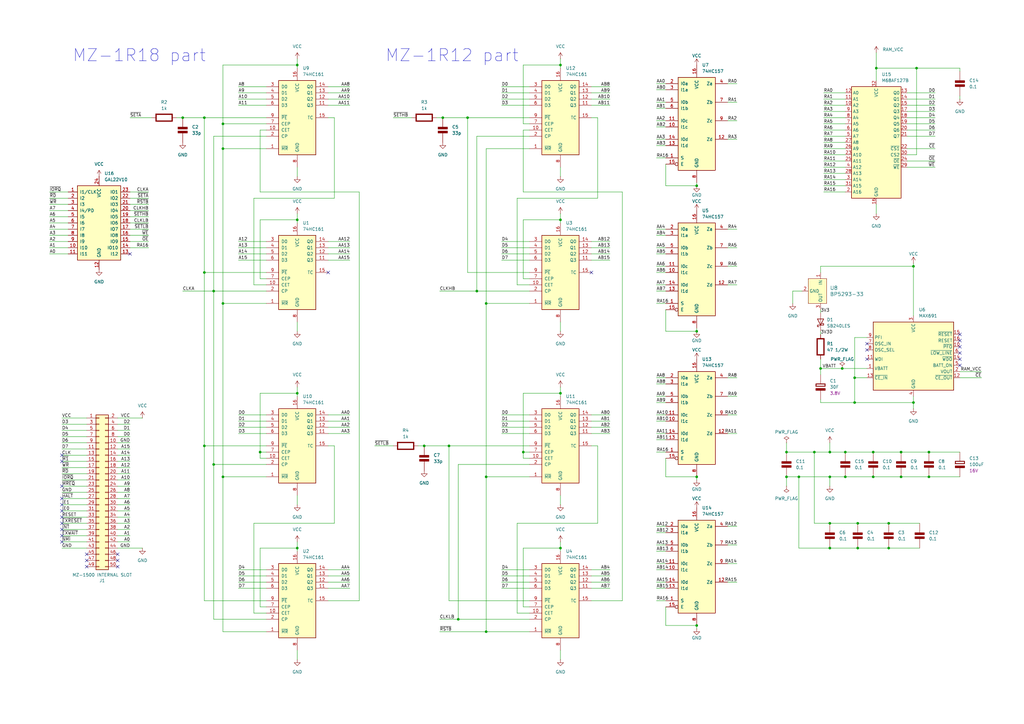
<source format=kicad_sch>
(kicad_sch (version 20231120) (generator "eeschema") (generator_version "8.0")
  (paper "A3")
  (title_block (title "MZ-1R12+18 modoki") (date "2024-12-28") (rev "1.0") (company "Mercury Nihombashi"))
  (junction (at 285.75 195.58))
  (junction (at 351.79 214.63))
  (junction (at 340.36 214.63))
  (junction (at 229.87 90.17))
  (junction (at 322.58 195.58))
  (junction (at 346.71 195.58))
  (junction (at 121.92 26.67))
  (junction (at 375.92 27.94))
  (junction (at 229.87 224.79))
  (junction (at 374.65 165.1))
  (junction (at 340.36 185.42))
  (junction (at 74.93 48.26))
  (junction (at 340.36 195.58))
  (junction (at 87.63 119.38))
  (junction (at 381 185.42))
  (junction (at 121.92 224.79))
  (junction (at 91.44 124.46))
  (junction (at 346.71 185.42))
  (junction (at 191.77 48.26))
  (junction (at 285.75 135.89))
  (junction (at 106.68 185.42))
  (junction (at 381 195.58))
  (junction (at 121.92 90.17))
  (junction (at 334.01 185.42))
  (junction (at 374.65 109.22))
  (junction (at 229.87 161.29))
  (junction (at 83.82 48.26))
  (junction (at 187.96 254))
  (junction (at 285.75 256.54))
  (junction (at 91.44 195.58))
  (junction (at 121.92 161.29))
  (junction (at 358.14 185.42))
  (junction (at 340.36 224.79))
  (junction (at 87.63 190.5))
  (junction (at 214.63 185.42))
  (junction (at 229.87 26.67))
  (junction (at 322.58 185.42))
  (junction (at 358.14 195.58))
  (junction (at 359.41 27.94))
  (junction (at 184.15 182.88))
  (junction (at 369.57 195.58))
  (junction (at 173.99 182.88))
  (junction (at 83.82 111.76))
  (junction (at 350.52 165.1))
  (junction (at 91.44 60.96))
  (junction (at 199.39 195.58))
  (junction (at 181.61 48.26))
  (junction (at 199.39 124.46))
  (junction (at 364.49 224.79))
  (junction (at 91.44 50.8))
  (junction (at 195.58 119.38))
  (junction (at 364.49 214.63))
  (junction (at 336.55 151.13))
  (junction (at 285.75 76.2))
  (junction (at 327.66 195.58))
  (junction (at 369.57 185.42))
  (junction (at 199.39 259.08))
  (junction (at 351.79 224.79))
  (junction (at 350.52 154.94))
  (junction (at 83.82 182.88))
  (junction (at 345.44 151.13))
  (no_connect (at 25.4 204.47))
  (no_connect (at 393.7 139.7))
  (no_connect (at 25.4 222.25))
  (no_connect (at 35.56 227.33))
  (no_connect (at 355.6 147.32))
  (no_connect (at 25.4 199.39))
  (no_connect (at 35.56 229.87))
  (no_connect (at 25.4 189.23))
  (no_connect (at 25.4 209.55))
  (no_connect (at 48.26 229.87))
  (no_connect (at 355.6 140.97))
  (no_connect (at 393.7 149.86))
  (no_connect (at 355.6 143.51))
  (no_connect (at 25.4 207.01))
  (no_connect (at 134.62 111.76))
  (no_connect (at 48.26 232.41))
  (no_connect (at 25.4 217.17))
  (no_connect (at 393.7 142.24))
  (no_connect (at 242.57 111.76))
  (no_connect (at 25.4 212.09))
  (no_connect (at 393.7 137.16))
  (no_connect (at 48.26 227.33))
  (no_connect (at 25.4 219.71))
  (no_connect (at 25.4 186.69))
  (no_connect (at 25.4 214.63))
  (no_connect (at 35.56 232.41))
  (no_connect (at 393.7 144.78))
  (no_connect (at 393.7 147.32))
  (no_connect (at 53.34 104.14))
  (wire (pts (xy 134.62 35.56) (xy 143.51 35.56)))
  (wire (pts (xy 372.11 63.5) (xy 375.92 63.5)))
  (wire (pts (xy 87.63 190.5) (xy 109.22 190.5)))
  (wire (pts (xy 121.92 158.75) (xy 121.92 161.29)))
  (wire (pts (xy 269.24 116.84) (xy 273.05 116.84)))
  (wire (pts (xy 381 185.42) (xy 393.7 185.42)))
  (wire (pts (xy 97.79 177.8) (xy 109.22 177.8)))
  (wire (pts (xy 369.57 195.58) (xy 381 195.58)))
  (wire (pts (xy 372.11 38.1) (xy 383.54 38.1)))
  (wire (pts (xy 214.63 224.79) (xy 229.87 224.79)))
  (wire (pts (xy 217.17 111.76) (xy 191.77 111.76)))
  (wire (pts (xy 212.09 116.84) (xy 217.17 116.84)))
  (wire (pts (xy 337.82 53.34) (xy 346.71 53.34)))
  (wire (pts (xy 104.14 116.84) (xy 109.22 116.84)))
  (wire (pts (xy 337.82 38.1) (xy 346.71 38.1)))
  (wire (pts (xy 298.45 49.53) (xy 302.26 49.53)))
  (wire (pts (xy 214.63 26.67) (xy 214.63 50.8)))
  (wire (pts (xy 74.93 119.38) (xy 87.63 119.38)))
  (wire (pts (xy 134.62 170.18) (xy 143.51 170.18)))
  (wire (pts (xy 121.92 26.67) (xy 121.92 27.94)))
  (wire (pts (xy 214.63 161.29) (xy 229.87 161.29)))
  (wire (pts (xy 269.24 154.94) (xy 273.05 154.94)))
  (wire (pts (xy 134.62 241.3) (xy 143.51 241.3)))
  (wire (pts (xy 214.63 90.17) (xy 229.87 90.17)))
  (wire (pts (xy 134.62 236.22) (xy 143.51 236.22)))
  (wire (pts (xy 358.14 195.58) (xy 369.57 195.58)))
  (wire (pts (xy 242.57 177.8) (xy 250.19 177.8)))
  (wire (pts (xy 340.36 185.42) (xy 346.71 185.42)))
  (wire (pts (xy 97.79 35.56) (xy 109.22 35.56)))
  (wire (pts (xy 121.92 224.79) (xy 121.92 226.06)))
  (wire (pts (xy 337.82 43.18) (xy 346.71 43.18)))
  (wire (pts (xy 205.74 172.72) (xy 217.17 172.72)))
  (wire (pts (xy 269.24 215.9) (xy 273.05 215.9)))
  (wire (pts (xy 245.11 81.28) (xy 212.09 81.28)))
  (wire (pts (xy 121.92 135.89) (xy 121.92 132.08)))
  (wire (pts (xy 269.24 185.42) (xy 273.05 185.42)))
  (wire (pts (xy 147.32 78.74) (xy 106.68 78.74)))
  (wire (pts (xy 214.63 114.3) (xy 217.17 114.3)))
  (wire (pts (xy 359.41 27.94) (xy 375.92 27.94)))
  (wire (pts (xy 217.17 124.46) (xy 199.39 124.46)))
  (wire (pts (xy 340.36 199.39) (xy 340.36 195.58)))
  (wire (pts (xy 97.79 233.68) (xy 109.22 233.68)))
  (wire (pts (xy 337.82 50.8) (xy 346.71 50.8)))
  (wire (pts (xy 298.45 93.98) (xy 302.26 93.98)))
  (wire (pts (xy 359.41 27.94) (xy 359.41 21.59)))
  (wire (pts (xy 285.75 257.81) (xy 285.75 256.54)))
  (wire (pts (xy 60.96 96.52) (xy 53.34 96.52)))
  (wire (pts (xy 60.96 83.82) (xy 53.34 83.82)))
  (wire (pts (xy 269.24 44.45) (xy 273.05 44.45)))
  (wire (pts (xy 351.79 214.63) (xy 364.49 214.63)))
  (wire (pts (xy 242.57 175.26) (xy 250.19 175.26)))
  (wire (pts (xy 161.29 48.26) (xy 168.91 48.26)))
  (wire (pts (xy 25.4 186.69) (xy 35.56 186.69)))
  (wire (pts (xy 359.41 33.02) (xy 359.41 27.94)))
  (wire (pts (xy 48.26 179.07) (xy 53.34 179.07)))
  (wire (pts (xy 184.15 182.88) (xy 217.17 182.88)))
  (wire (pts (xy 229.87 87.63) (xy 229.87 90.17)))
  (wire (pts (xy 359.41 83.82) (xy 359.41 87.63)))
  (wire (pts (xy 173.99 182.88) (xy 184.15 182.88)))
  (wire (pts (xy 269.24 124.46) (xy 273.05 124.46)))
  (wire (pts (xy 214.63 78.74) (xy 214.63 53.34)))
  (wire (pts (xy 20.32 101.6) (xy 27.94 101.6)))
  (wire (pts (xy 245.11 214.63) (xy 212.09 214.63)))
  (wire (pts (xy 336.55 127) (xy 336.55 128.27)))
  (wire (pts (xy 205.74 177.8) (xy 217.17 177.8)))
  (wire (pts (xy 273.05 187.96) (xy 273.05 195.58)))
  (wire (pts (xy 25.4 201.93) (xy 35.56 201.93)))
  (wire (pts (xy 298.45 101.6) (xy 302.26 101.6)))
  (wire (pts (xy 48.26 171.45) (xy 58.42 171.45)))
  (wire (pts (xy 205.74 38.1) (xy 217.17 38.1)))
  (wire (pts (xy 269.24 157.48) (xy 273.05 157.48)))
  (wire (pts (xy 187.96 190.5) (xy 187.96 254)))
  (wire (pts (xy 134.62 233.68) (xy 143.51 233.68)))
  (wire (pts (xy 298.45 162.56) (xy 302.26 162.56)))
  (wire (pts (xy 109.22 53.34) (xy 106.68 53.34)))
  (wire (pts (xy 337.82 63.5) (xy 346.71 63.5)))
  (wire (pts (xy 269.24 226.06) (xy 273.05 226.06)))
  (wire (pts (xy 187.96 190.5) (xy 217.17 190.5)))
  (wire (pts (xy 205.74 43.18) (xy 217.17 43.18)))
  (wire (pts (xy 205.74 175.26) (xy 217.17 175.26)))
  (wire (pts (xy 273.05 135.89) (xy 285.75 135.89)))
  (wire (pts (xy 337.82 48.26) (xy 346.71 48.26)))
  (wire (pts (xy 48.26 196.85) (xy 53.34 196.85)))
  (wire (pts (xy 106.68 248.92) (xy 109.22 248.92)))
  (wire (pts (xy 269.24 96.52) (xy 273.05 96.52)))
  (wire (pts (xy 212.09 251.46) (xy 217.17 251.46)))
  (wire (pts (xy 181.61 48.26) (xy 191.77 48.26)))
  (wire (pts (xy 97.79 101.6) (xy 109.22 101.6)))
  (wire (pts (xy 121.92 90.17) (xy 121.92 91.44)))
  (wire (pts (xy 285.75 76.2) (xy 285.75 74.93)))
  (wire (pts (xy 242.57 43.18) (xy 250.19 43.18)))
  (wire (pts (xy 298.45 109.22) (xy 302.26 109.22)))
  (wire (pts (xy 273.05 195.58) (xy 285.75 195.58)))
  (wire (pts (xy 269.24 111.76) (xy 273.05 111.76)))
  (wire (pts (xy 20.32 96.52) (xy 27.94 96.52)))
  (wire (pts (xy 25.4 176.53) (xy 35.56 176.53)))
  (wire (pts (xy 48.26 186.69) (xy 53.34 186.69)))
  (wire (pts (xy 212.09 81.28) (xy 212.09 116.84)))
  (wire (pts (xy 109.22 246.38) (xy 83.82 246.38)))
  (wire (pts (xy 205.74 40.64) (xy 217.17 40.64)))
  (wire (pts (xy 97.79 238.76) (xy 109.22 238.76)))
  (wire (pts (xy 48.26 176.53) (xy 53.34 176.53)))
  (wire (pts (xy 273.05 76.2) (xy 285.75 76.2)))
  (wire (pts (xy 217.17 60.96) (xy 199.39 60.96)))
  (wire (pts (xy 337.82 58.42) (xy 346.71 58.42)))
  (wire (pts (xy 336.55 135.89) (xy 336.55 137.16)))
  (wire (pts (xy 372.11 55.88) (xy 383.54 55.88)))
  (wire (pts (xy 25.4 194.31) (xy 35.56 194.31)))
  (wire (pts (xy 217.17 254) (xy 187.96 254)))
  (wire (pts (xy 60.96 78.74) (xy 53.34 78.74)))
  (wire (pts (xy 372.11 40.64) (xy 383.54 40.64)))
  (wire (pts (xy 53.34 101.6) (xy 60.96 101.6)))
  (wire (pts (xy 369.57 185.42) (xy 381 185.42)))
  (wire (pts (xy 298.45 177.8) (xy 302.26 177.8)))
  (wire (pts (xy 25.4 181.61) (xy 35.56 181.61)))
  (wire (pts (xy 83.82 182.88) (xy 109.22 182.88)))
  (wire (pts (xy 134.62 48.26) (xy 137.16 48.26)))
  (wire (pts (xy 109.22 124.46) (xy 91.44 124.46)))
  (wire (pts (xy 217.17 246.38) (xy 184.15 246.38)))
  (wire (pts (xy 134.62 172.72) (xy 143.51 172.72)))
  (wire (pts (xy 269.24 238.76) (xy 273.05 238.76)))
  (wire (pts (xy 48.26 219.71) (xy 53.34 219.71)))
  (wire (pts (xy 298.45 34.29) (xy 302.26 34.29)))
  (wire (pts (xy 229.87 158.75) (xy 229.87 161.29)))
  (wire (pts (xy 91.44 124.46) (xy 91.44 195.58)))
  (wire (pts (xy 242.57 172.72) (xy 250.19 172.72)))
  (wire (pts (xy 372.11 43.18) (xy 383.54 43.18)))
  (wire (pts (xy 147.32 246.38) (xy 147.32 78.74)))
  (wire (pts (xy 269.24 233.68) (xy 273.05 233.68)))
  (wire (pts (xy 350.52 138.43) (xy 355.6 138.43)))
  (wire (pts (xy 242.57 236.22) (xy 250.19 236.22)))
  (wire (pts (xy 87.63 55.88) (xy 87.63 119.38)))
  (wire (pts (xy 91.44 60.96) (xy 91.44 50.8)))
  (wire (pts (xy 60.96 99.06) (xy 53.34 99.06)))
  (wire (pts (xy 179.07 48.26) (xy 181.61 48.26)))
  (wire (pts (xy 180.34 119.38) (xy 195.58 119.38)))
  (wire (pts (xy 337.82 60.96) (xy 346.71 60.96)))
  (wire (pts (xy 109.22 185.42) (xy 106.68 185.42)))
  (wire (pts (xy 346.71 185.42) (xy 358.14 185.42)))
  (wire (pts (xy 205.74 104.14) (xy 217.17 104.14)))
  (wire (pts (xy 121.92 222.25) (xy 121.92 224.79)))
  (wire (pts (xy 374.65 109.22) (xy 374.65 129.54)))
  (wire (pts (xy 350.52 154.94) (xy 350.52 165.1)))
  (wire (pts (xy 20.32 81.28) (xy 27.94 81.28)))
  (wire (pts (xy 327.66 195.58) (xy 340.36 195.58)))
  (wire (pts (xy 337.82 55.88) (xy 346.71 55.88)))
  (wire (pts (xy 327.66 195.58) (xy 322.58 195.58)))
  (wire (pts (xy 106.68 90.17) (xy 121.92 90.17)))
  (wire (pts (xy 205.74 241.3) (xy 217.17 241.3)))
  (wire (pts (xy 205.74 99.06) (xy 217.17 99.06)))
  (wire (pts (xy 269.24 231.14) (xy 273.05 231.14)))
  (wire (pts (xy 298.45 116.84) (xy 302.26 116.84)))
  (wire (pts (xy 383.54 60.96) (xy 372.11 60.96)))
  (wire (pts (xy 346.71 195.58) (xy 340.36 195.58)))
  (wire (pts (xy 48.26 184.15) (xy 53.34 184.15)))
  (wire (pts (xy 242.57 246.38) (xy 255.27 246.38)))
  (wire (pts (xy 337.82 45.72) (xy 346.71 45.72)))
  (wire (pts (xy 336.55 151.13) (xy 336.55 153.67)))
  (wire (pts (xy 273.05 67.31) (xy 273.05 76.2)))
  (wire (pts (xy 205.74 35.56) (xy 217.17 35.56)))
  (wire (pts (xy 137.16 214.63) (xy 104.14 214.63)))
  (wire (pts (xy 242.57 238.76) (xy 250.19 238.76)))
  (wire (pts (xy 25.4 184.15) (xy 35.56 184.15)))
  (wire (pts (xy 217.17 259.08) (xy 199.39 259.08)))
  (wire (pts (xy 91.44 60.96) (xy 91.44 124.46)))
  (wire (pts (xy 48.26 204.47) (xy 53.34 204.47)))
  (wire (pts (xy 298.45 231.14) (xy 302.26 231.14)))
  (wire (pts (xy 205.74 170.18) (xy 217.17 170.18)))
  (wire (pts (xy 83.82 48.26) (xy 109.22 48.26)))
  (wire (pts (xy 25.4 179.07) (xy 35.56 179.07)))
  (wire (pts (xy 269.24 170.18) (xy 273.05 170.18)))
  (wire (pts (xy 83.82 111.76) (xy 83.82 182.88)))
  (wire (pts (xy 273.05 248.92) (xy 273.05 256.54)))
  (wire (pts (xy 87.63 119.38) (xy 87.63 190.5)))
  (wire (pts (xy 336.55 165.1) (xy 350.52 165.1)))
  (wire (pts (xy 60.96 81.28) (xy 53.34 81.28)))
  (wire (pts (xy 20.32 88.9) (xy 27.94 88.9)))
  (wire (pts (xy 134.62 177.8) (xy 143.51 177.8)))
  (wire (pts (xy 273.05 256.54) (xy 285.75 256.54)))
  (wire (pts (xy 48.26 209.55) (xy 53.34 209.55)))
  (wire (pts (xy 48.26 214.63) (xy 53.34 214.63)))
  (wire (pts (xy 109.22 195.58) (xy 91.44 195.58)))
  (wire (pts (xy 374.65 162.56) (xy 374.65 165.1)))
  (wire (pts (xy 97.79 43.18) (xy 109.22 43.18)))
  (wire (pts (xy 269.24 223.52) (xy 273.05 223.52)))
  (wire (pts (xy 25.4 191.77) (xy 35.56 191.77)))
  (wire (pts (xy 269.24 57.15) (xy 273.05 57.15)))
  (wire (pts (xy 298.45 57.15) (xy 302.26 57.15)))
  (wire (pts (xy 48.26 199.39) (xy 53.34 199.39)))
  (wire (pts (xy 134.62 99.06) (xy 143.51 99.06)))
  (wire (pts (xy 121.92 207.01) (xy 121.92 203.2)))
  (wire (pts (xy 358.14 185.42) (xy 369.57 185.42)))
  (wire (pts (xy 334.01 214.63) (xy 334.01 185.42)))
  (wire (pts (xy 350.52 138.43) (xy 350.52 154.94)))
  (wire (pts (xy 229.87 207.01) (xy 229.87 203.2)))
  (wire (pts (xy 60.96 86.36) (xy 53.34 86.36)))
  (wire (pts (xy 298.45 170.18) (xy 302.26 170.18)))
  (wire (pts (xy 269.24 246.38) (xy 273.05 246.38)))
  (wire (pts (xy 121.92 270.51) (xy 121.92 266.7)))
  (wire (pts (xy 393.7 154.94) (xy 402.59 154.94)))
  (wire (pts (xy 97.79 106.68) (xy 109.22 106.68)))
  (wire (pts (xy 269.24 218.44) (xy 273.05 218.44)))
  (wire (pts (xy 351.79 224.79) (xy 340.36 224.79)))
  (wire (pts (xy 242.57 35.56) (xy 250.19 35.56)))
  (wire (pts (xy 20.32 91.44) (xy 27.94 91.44)))
  (wire (pts (xy 25.4 204.47) (xy 35.56 204.47)))
  (wire (pts (xy 91.44 50.8) (xy 91.44 26.67)))
  (wire (pts (xy 285.75 196.85) (xy 285.75 195.58)))
  (wire (pts (xy 242.57 38.1) (xy 250.19 38.1)))
  (wire (pts (xy 134.62 101.6) (xy 143.51 101.6)))
  (wire (pts (xy 229.87 90.17) (xy 229.87 91.44)))
  (wire (pts (xy 180.34 254) (xy 187.96 254)))
  (wire (pts (xy 372.11 53.34) (xy 383.54 53.34)))
  (wire (pts (xy 340.36 214.63) (xy 334.01 214.63)))
  (wire (pts (xy 322.58 199.39) (xy 322.58 195.58)))
  (wire (pts (xy 106.68 114.3) (xy 109.22 114.3)))
  (wire (pts (xy 340.36 181.61) (xy 340.36 185.42)))
  (wire (pts (xy 97.79 236.22) (xy 109.22 236.22)))
  (wire (pts (xy 60.96 91.44) (xy 53.34 91.44)))
  (wire (pts (xy 104.14 214.63) (xy 104.14 251.46)))
  (wire (pts (xy 83.82 111.76) (xy 83.82 48.26)))
  (wire (pts (xy 25.4 173.99) (xy 35.56 173.99)))
  (wire (pts (xy 372.11 48.26) (xy 383.54 48.26)))
  (wire (pts (xy 134.62 38.1) (xy 143.51 38.1)))
  (wire (pts (xy 217.17 185.42) (xy 214.63 185.42)))
  (wire (pts (xy 20.32 93.98) (xy 27.94 93.98)))
  (wire (pts (xy 134.62 182.88) (xy 137.16 182.88)))
  (wire (pts (xy 25.4 217.17) (xy 35.56 217.17)))
  (wire (pts (xy 60.96 93.98) (xy 53.34 93.98)))
  (wire (pts (xy 322.58 185.42) (xy 334.01 185.42)))
  (wire (pts (xy 48.26 189.23) (xy 53.34 189.23)))
  (wire (pts (xy 358.14 195.58) (xy 346.71 195.58)))
  (wire (pts (xy 374.65 109.22) (xy 374.65 107.95)))
  (wire (pts (xy 106.68 161.29) (xy 121.92 161.29)))
  (wire (pts (xy 245.11 48.26) (xy 245.11 81.28)))
  (wire (pts (xy 48.26 222.25) (xy 53.34 222.25)))
  (wire (pts (xy 91.44 50.8) (xy 109.22 50.8)))
  (wire (pts (xy 48.26 194.31) (xy 53.34 194.31)))
  (wire (pts (xy 242.57 101.6) (xy 250.19 101.6)))
  (wire (pts (xy 74.93 48.26) (xy 83.82 48.26)))
  (wire (pts (xy 393.7 152.4) (xy 402.59 152.4)))
  (wire (pts (xy 346.71 78.74) (xy 337.82 78.74)))
  (wire (pts (xy 269.24 34.29) (xy 273.05 34.29)))
  (wire (pts (xy 91.44 195.58) (xy 91.44 259.08)))
  (wire (pts (xy 229.87 26.67) (xy 229.87 27.94)))
  (wire (pts (xy 242.57 99.06) (xy 250.19 99.06)))
  (wire (pts (xy 214.63 185.42) (xy 214.63 187.96)))
  (wire (pts (xy 325.12 119.38) (xy 328.93 119.38)))
  (wire (pts (xy 364.49 214.63) (xy 377.19 214.63)))
  (wire (pts (xy 153.67 182.88) (xy 161.29 182.88)))
  (wire (pts (xy 337.82 76.2) (xy 346.71 76.2)))
  (wire (pts (xy 91.44 26.67) (xy 121.92 26.67)))
  (wire (pts (xy 97.79 104.14) (xy 109.22 104.14)))
  (wire (pts (xy 242.57 106.68) (xy 250.19 106.68)))
  (wire (pts (xy 336.55 109.22) (xy 374.65 109.22)))
  (wire (pts (xy 350.52 154.94) (xy 355.6 154.94)))
  (wire (pts (xy 106.68 161.29) (xy 106.68 185.42)))
  (wire (pts (xy 351.79 214.63) (xy 340.36 214.63)))
  (wire (pts (xy 214.63 26.67) (xy 229.87 26.67)))
  (wire (pts (xy 48.26 217.17) (xy 53.34 217.17)))
  (wire (pts (xy 205.74 106.68) (xy 217.17 106.68)))
  (wire (pts (xy 269.24 119.38) (xy 273.05 119.38)))
  (wire (pts (xy 337.82 68.58) (xy 346.71 68.58)))
  (wire (pts (xy 372.11 45.72) (xy 383.54 45.72)))
  (wire (pts (xy 214.63 248.92) (xy 217.17 248.92)))
  (wire (pts (xy 298.45 41.91) (xy 302.26 41.91)))
  (wire (pts (xy 229.87 72.39) (xy 229.87 68.58)))
  (wire (pts (xy 191.77 48.26) (xy 217.17 48.26)))
  (wire (pts (xy 97.79 40.64) (xy 109.22 40.64)))
  (wire (pts (xy 372.11 50.8) (xy 383.54 50.8)))
  (wire (pts (xy 195.58 55.88) (xy 195.58 119.38)))
  (wire (pts (xy 134.62 43.18) (xy 143.51 43.18)))
  (wire (pts (xy 334.01 185.42) (xy 340.36 185.42)))
  (wire (pts (xy 269.24 36.83) (xy 273.05 36.83)))
  (wire (pts (xy 106.68 224.79) (xy 121.92 224.79)))
  (wire (pts (xy 269.24 172.72) (xy 273.05 172.72)))
  (wire (pts (xy 325.12 119.38) (xy 325.12 124.46)))
  (wire (pts (xy 20.32 104.14) (xy 27.94 104.14)))
  (wire (pts (xy 199.39 124.46) (xy 199.39 195.58)))
  (wire (pts (xy 25.4 209.55) (xy 35.56 209.55)))
  (wire (pts (xy 25.4 222.25) (xy 35.56 222.25)))
  (wire (pts (xy 106.68 90.17) (xy 106.68 114.3)))
  (wire (pts (xy 97.79 99.06) (xy 109.22 99.06)))
  (wire (pts (xy 205.74 101.6) (xy 217.17 101.6)))
  (wire (pts (xy 25.4 214.63) (xy 35.56 214.63)))
  (wire (pts (xy 298.45 238.76) (xy 302.26 238.76)))
  (wire (pts (xy 134.62 238.76) (xy 143.51 238.76)))
  (wire (pts (xy 106.68 78.74) (xy 106.68 53.34)))
  (wire (pts (xy 340.36 224.79) (xy 327.66 224.79)))
  (wire (pts (xy 109.22 119.38) (xy 87.63 119.38)))
  (wire (pts (xy 217.17 53.34) (xy 214.63 53.34)))
  (wire (pts (xy 393.7 40.64) (xy 393.7 39.37)))
  (wire (pts (xy 217.17 55.88) (xy 195.58 55.88)))
  (wire (pts (xy 364.49 224.79) (xy 351.79 224.79)))
  (wire (pts (xy 242.57 170.18) (xy 250.19 170.18)))
  (wire (pts (xy 269.24 101.6) (xy 273.05 101.6)))
  (wire (pts (xy 393.7 29.21) (xy 393.7 27.94)))
  (wire (pts (xy 134.62 175.26) (xy 143.51 175.26)))
  (wire (pts (xy 134.62 106.68) (xy 143.51 106.68)))
  (wire (pts (xy 269.24 64.77) (xy 273.05 64.77)))
  (wire (pts (xy 20.32 83.82) (xy 27.94 83.82)))
  (wire (pts (xy 134.62 104.14) (xy 143.51 104.14)))
  (wire (pts (xy 255.27 78.74) (xy 214.63 78.74)))
  (wire (pts (xy 212.09 214.63) (xy 212.09 251.46)))
  (wire (pts (xy 25.4 207.01) (xy 35.56 207.01)))
  (wire (pts (xy 104.14 81.28) (xy 104.14 116.84)))
  (wire (pts (xy 381 195.58) (xy 393.7 195.58)))
  (wire (pts (xy 269.24 109.22) (xy 273.05 109.22)))
  (wire (pts (xy 269.24 49.53) (xy 273.05 49.53)))
  (wire (pts (xy 25.4 189.23) (xy 35.56 189.23)))
  (wire (pts (xy 25.4 224.79) (xy 35.56 224.79)))
  (wire (pts (xy 134.62 40.64) (xy 143.51 40.64)))
  (wire (pts (xy 205.74 233.68) (xy 217.17 233.68)))
  (wire (pts (xy 97.79 175.26) (xy 109.22 175.26)))
  (wire (pts (xy 229.87 24.13) (xy 229.87 26.67)))
  (wire (pts (xy 214.63 161.29) (xy 214.63 185.42)))
  (wire (pts (xy 336.55 151.13) (xy 345.44 151.13)))
  (wire (pts (xy 364.49 224.79) (xy 377.19 224.79)))
  (wire (pts (xy 97.79 172.72) (xy 109.22 172.72)))
  (wire (pts (xy 48.26 224.79) (xy 58.42 224.79)))
  (wire (pts (xy 336.55 163.83) (xy 336.55 165.1)))
  (wire (pts (xy 375.92 63.5) (xy 375.92 27.94)))
  (wire (pts (xy 337.82 66.04) (xy 346.71 66.04)))
  (wire (pts (xy 137.16 182.88) (xy 137.16 214.63)))
  (wire (pts (xy 214.63 90.17) (xy 214.63 114.3)))
  (wire (pts (xy 217.17 50.8) (xy 214.63 50.8)))
  (wire (pts (xy 298.45 215.9) (xy 302.26 215.9)))
  (wire (pts (xy 109.22 55.88) (xy 87.63 55.88)))
  (wire (pts (xy 20.32 78.74) (xy 27.94 78.74)))
  (wire (pts (xy 134.62 246.38) (xy 147.32 246.38)))
  (wire (pts (xy 269.24 162.56) (xy 273.05 162.56)))
  (wire (pts (xy 199.39 60.96) (xy 199.39 124.46)))
  (wire (pts (xy 109.22 60.96) (xy 91.44 60.96)))
  (wire (pts (xy 83.82 246.38) (xy 83.82 182.88)))
  (wire (pts (xy 242.57 48.26) (xy 245.11 48.26)))
  (wire (pts (xy 229.87 222.25) (xy 229.87 224.79)))
  (wire (pts (xy 180.34 259.08) (xy 199.39 259.08)))
  (wire (pts (xy 97.79 170.18) (xy 109.22 170.18)))
  (wire (pts (xy 327.66 224.79) (xy 327.66 195.58)))
  (wire (pts (xy 87.63 190.5) (xy 87.63 254)))
  (wire (pts (xy 121.92 161.29) (xy 121.92 162.56)))
  (wire (pts (xy 217.17 119.38) (xy 195.58 119.38)))
  (wire (pts (xy 25.4 212.09) (xy 35.56 212.09)))
  (wire (pts (xy 106.68 185.42) (xy 106.68 187.96)))
  (wire (pts (xy 25.4 196.85) (xy 35.56 196.85)))
  (wire (pts (xy 109.22 111.76) (xy 83.82 111.76)))
  (wire (pts (xy 269.24 180.34) (xy 273.05 180.34)))
  (wire (pts (xy 242.57 233.68) (xy 250.19 233.68)))
  (wire (pts (xy 137.16 81.28) (xy 104.14 81.28)))
  (wire (pts (xy 269.24 165.1) (xy 273.05 165.1)))
  (wire (pts (xy 121.92 72.39) (xy 121.92 68.58)))
  (wire (pts (xy 229.87 224.79) (xy 229.87 226.06)))
  (wire (pts (xy 337.82 73.66) (xy 346.71 73.66)))
  (wire (pts (xy 205.74 238.76) (xy 217.17 238.76)))
  (wire (pts (xy 269.24 93.98) (xy 273.05 93.98)))
  (wire (pts (xy 255.27 246.38) (xy 255.27 78.74)))
  (wire (pts (xy 372.11 66.04) (xy 383.54 66.04)))
  (wire (pts (xy 269.24 52.07) (xy 273.05 52.07)))
  (wire (pts (xy 350.52 165.1) (xy 374.65 165.1)))
  (wire (pts (xy 106.68 224.79) (xy 106.68 248.92)))
  (wire (pts (xy 242.57 40.64) (xy 250.19 40.64)))
  (wire (pts (xy 336.55 147.32) (xy 336.55 151.13)))
  (wire (pts (xy 171.45 182.88) (xy 173.99 182.88)))
  (wire (pts (xy 191.77 111.76) (xy 191.77 48.26)))
  (wire (pts (xy 229.87 135.89) (xy 229.87 132.08)))
  (wire (pts (xy 285.75 135.89) (xy 285.75 134.62)))
  (wire (pts (xy 199.39 195.58) (xy 199.39 259.08)))
  (wire (pts (xy 269.24 177.8) (xy 273.05 177.8)))
  (wire (pts (xy 372.11 68.58) (xy 383.54 68.58)))
  (wire (pts (xy 48.26 207.01) (xy 53.34 207.01)))
  (wire (pts (xy 104.14 251.46) (xy 109.22 251.46)))
  (wire (pts (xy 393.7 27.94) (xy 375.92 27.94)))
  (wire (pts (xy 217.17 187.96) (xy 214.63 187.96)))
  (wire (pts (xy 242.57 182.88) (xy 245.11 182.88)))
  (wire (pts (xy 53.34 181.61) (xy 48.26 181.61)))
  (wire (pts (xy 25.4 199.39) (xy 35.56 199.39)))
  (wire (pts (xy 97.79 241.3) (xy 109.22 241.3)))
  (wire (pts (xy 337.82 40.64) (xy 346.71 40.64)))
  (wire (pts (xy 48.26 212.09) (xy 53.34 212.09)))
  (wire (pts (xy 20.32 99.06) (xy 27.94 99.06)))
  (wire (pts (xy 48.26 191.77) (xy 53.34 191.77)))
  (wire (pts (xy 229.87 270.51) (xy 229.87 266.7)))
  (wire (pts (xy 298.45 154.94) (xy 302.26 154.94)))
  (wire (pts (xy 245.11 182.88) (xy 245.11 214.63)))
  (wire (pts (xy 184.15 246.38) (xy 184.15 182.88)))
  (wire (pts (xy 53.34 48.26) (xy 62.23 48.26)))
  (wire (pts (xy 109.22 259.08) (xy 91.44 259.08)))
  (wire (pts (xy 217.17 195.58) (xy 199.39 195.58)))
  (wire (pts (xy 242.57 104.14) (xy 250.19 104.14)))
  (wire (pts (xy 20.32 86.36) (xy 27.94 86.36)))
  (wire (pts (xy 242.57 241.3) (xy 250.19 241.3)))
  (wire (pts (xy 97.79 38.1) (xy 109.22 38.1)))
  (wire (pts (xy 273.05 127) (xy 273.05 135.89)))
  (wire (pts (xy 269.24 241.3) (xy 273.05 241.3)))
  (wire (pts (xy 269.24 59.69) (xy 273.05 59.69)))
  (wire (pts (xy 137.16 48.26) (xy 137.16 81.28)))
  (wire (pts (xy 48.26 173.99) (xy 53.34 173.99)))
  (wire (pts (xy 322.58 181.61) (xy 322.58 185.42)))
  (wire (pts (xy 109.22 187.96) (xy 106.68 187.96)))
  (wire (pts (xy 336.55 109.22) (xy 336.55 111.76)))
  (wire (pts (xy 269.24 104.14) (xy 273.05 104.14)))
  (wire (pts (xy 345.44 151.13) (xy 355.6 151.13)))
  (wire (pts (xy 60.96 88.9) (xy 53.34 88.9)))
  (wire (pts (xy 48.26 201.93) (xy 53.34 201.93)))
  (wire (pts (xy 229.87 161.29) (xy 229.87 162.56)))
  (wire (pts (xy 121.92 87.63) (xy 121.92 90.17)))
  (wire (pts (xy 25.4 219.71) (xy 35.56 219.71)))
  (wire (pts (xy 214.63 224.79) (xy 214.63 248.92)))
  (wire (pts (xy 121.92 24.13) (xy 121.92 26.67)))
  (wire (pts (xy 269.24 41.91) (xy 273.05 41.91)))
  (wire (pts (xy 298.45 223.52) (xy 302.26 223.52)))
  (wire (pts (xy 35.56 171.45) (xy 25.4 171.45)))
  (wire (pts (xy 205.74 236.22) (xy 217.17 236.22)))
  (wire (pts (xy 337.82 71.12) (xy 346.71 71.12)))
  (wire (pts (xy 374.65 165.1) (xy 374.65 167.64)))
  (wire (pts (xy 109.22 254) (xy 87.63 254)))
  (wire (pts (xy 72.39 48.26) (xy 74.93 48.26)))
  (text "MZ-1R18 part" (at 57.15 22.86 0) (effects (font (size 5 5))))
  (text "MZ-1R12 part" (at 185.42 22.86 0) (effects (font (size 5 5))))
  (label "~{SETHB}" (at 161.29 48.26 0))
  (label "CLKA" (at 74.93 119.38 0))
  (label "D4" (at 25.4 176.53 0))
  (label "D6" (at 205.74 238.76 0))
  (label "~{NMI}" (at 25.4 222.25 0))
  (label "RA13" (at 337.82 71.12 0))
  (label "~{IORQ}" (at 20.32 78.74 0))
  (label "D4" (at 383.54 48.26 180))
  (label "~{WR}" (at 20.32 83.82 0))
  (label "AA5" (at 269.24 101.6 0))
  (label "~{MREQ}" (at 25.4 199.39 0))
  (label "AA9" (at 269.24 162.56 0))
  (label "A15" (at 97.79 106.68 0))
  (label "D3" (at 205.74 177.8 0))
  (label "A10" (at 53.34 196.85 180))
  (label "RA16" (at 269.24 64.77 0))
  (label "~{RD}" (at 20.32 81.28 0))
  (label "D6" (at 25.4 181.61 0))
  (label "A11" (at 53.34 194.31 180))
  (label "A2" (at 53.34 217.17 180))
  (label "3V3" (at 336.55 128.27 0))
  (label "D0" (at 53.34 179.07 180))
  (label "AA0" (at 143.51 170.18 180))
  (label "AB2" (at 250.19 175.26 180))
  (label "D3" (at 97.79 177.8 0))
  (label "AB3" (at 269.24 59.69 0))
  (label "AA10" (at 143.51 40.64 180))
  (label "RA7" (at 302.26 116.84 180))
  (label "RA3" (at 337.82 45.72 0))
  (label "RA4" (at 337.82 48.26 0))
  (label "A7" (at 20.32 86.36 0))
  (label "RA5" (at 337.82 50.8 0))
  (label "D3" (at 25.4 173.99 0))
  (label "AB15" (at 269.24 241.3 0))
  (label "AB14" (at 250.19 104.14 180))
  (label "RA5" (at 302.26 101.6 180))
  (label "D6" (at 383.54 53.34 180))
  (label "AA11" (at 269.24 177.8 0))
  (label "RA2" (at 302.26 49.53 180))
  (label "RA15" (at 302.26 238.76 180))
  (label "AB13" (at 250.19 101.6 180))
  (label "D2" (at 383.54 43.18 180))
  (label "AB15" (at 250.19 106.68 180))
  (label "AB6" (at 250.19 238.76 180))
  (label "A11" (at 97.79 43.18 0))
  (label "RA16" (at 60.96 101.6 180))
  (label "RA2" (at 337.82 43.18 0))
  (label "D5" (at 383.54 50.8 180))
  (label "AB7" (at 269.24 119.38 0))
  (label "AA8" (at 269.24 154.94 0))
  (label "GND" (at 53.34 224.79 180))
  (label "GND" (at 25.4 224.79 0))
  (label "D0" (at 205.74 35.56 0))
  (label "AA2" (at 269.24 49.53 0))
  (label "~{INT}" (at 25.4 217.17 0))
  (label "D0" (at 205.74 170.18 0))
  (label "RA6" (at 337.82 53.34 0))
  (label "A9" (at 53.34 199.39 180))
  (label "AB2" (at 269.24 52.07 0))
  (label "~{HALT}" (at 25.4 204.47 0))
  (label "AB8" (at 269.24 157.48 0))
  (label "D1" (at 53.34 176.53 180))
  (label "D2" (at 53.34 173.99 180))
  (label "D4" (at 205.74 99.06 0))
  (label "A3" (at 53.34 214.63 180))
  (label "AA8" (at 143.51 35.56 180))
  (label "AB7" (at 250.19 241.3 180))
  (label "A0" (at 53.34 222.25 180))
  (label "AB12" (at 250.19 99.06 180))
  (label "D1" (at 383.54 40.64 180))
  (label "RA10" (at 302.26 170.18 180))
  (label "RA10" (at 337.82 63.5 0))
  (label "~{CE}" (at 383.54 60.96 180))
  (label "RA11" (at 302.26 177.8 180))
  (label "~{CE}" (at 402.59 154.94 180))
  (label "CLKLB" (at 180.34 254 0))
  (label "D5" (at 205.74 101.6 0))
  (label "RA14" (at 337.82 73.66 0))
  (label "D0" (at 383.54 38.1 180))
  (label "A4" (at 20.32 93.98 0))
  (label "A9" (at 97.79 38.1 0))
  (label "VCC" (at 53.34 171.45 180))
  (label "D7" (at 205.74 106.68 0))
  (label "A14" (at 97.79 104.14 0))
  (label "RA16" (at 337.82 78.74 0))
  (label "~{RD}" (at 25.4 194.31 0))
  (label "A8" (at 97.79 35.56 0))
  (label "VBATT" (at 342.9 151.13 180))
  (label "AB6" (at 269.24 111.76 0))
  (label "~{RSTB}" (at 180.34 259.08 0))
  (label "AA1" (at 269.24 41.91 0))
  (label "CLKHB" (at 180.34 119.38 0))
  (label "AA2" (at 143.51 175.26 180))
  (label "RA16" (at 269.24 246.38 0))
  (label "D7" (at 205.74 241.3 0))
  (label "AB0" (at 250.19 170.18 180))
  (label "AB11" (at 269.24 180.34 0))
  (label "D1" (at 205.74 38.1 0))
  (label "D1" (at 97.79 172.72 0))
  (label "AB5" (at 269.24 104.14 0))
  (label "CLKLB" (at 60.96 91.44 180))
  (label "IE1" (at 25.4 207.01 0))
  (label "D5" (at 205.74 236.22 0))
  (label "RA0" (at 337.82 38.1 0))
  (label "RAM_VCC" (at 402.59 152.4 180))
  (label "~{WR}" (at 25.4 191.77 0))
  (label "AB10" (at 269.24 172.72 0))
  (label "AA13" (at 269.24 223.52 0))
  (label "D7" (at 25.4 184.15 0))
  (label "RA11" (at 337.82 66.04 0))
  (label "D7" (at 97.79 241.3 0))
  (label "AA13" (at 143.51 101.6 180))
  (label "AA4" (at 269.24 93.98 0))
  (label "AB4" (at 269.24 96.52 0))
  (label "~{OE}" (at 60.96 99.06 180))
  (label "A4" (at 53.34 212.09 180))
  (label "A13" (at 53.34 189.23 180))
  (label "A13" (at 97.79 101.6 0))
  (label "~{WE}" (at 60.96 96.52 180))
  (label "~{SETA}" (at 60.96 81.28 180))
  (label "CLKHB" (at 60.96 86.36 180))
  (label "A12" (at 53.34 191.77 180))
  (label "CLK" (at 25.4 186.69 0))
  (label "D7" (at 383.54 55.88 180))
  (label "RA14" (at 302.26 231.14 180))
  (label "AB11" (at 250.19 43.18 180))
  (label "AA5" (at 143.51 236.22 180))
  (label "~{EXWAIT}" (at 25.4 219.71 0))
  (label "AA7" (at 143.51 241.3 180))
  (label "~{SETHB}" (at 60.96 88.9 180))
  (label "AA14" (at 269.24 231.14 0))
  (label "D6" (at 97.79 238.76 0))
  (label "D3" (at 205.74 43.18 0))
  (label "A6" (at 20.32 88.9 0))
  (label "A12" (at 97.79 99.06 0))
  (label "~{SETA}" (at 53.34 48.26 0))
  (label "RESET" (at 25.4 212.09 0))
  (label "RA1" (at 337.82 40.64 0))
  (label "AA15" (at 143.51 106.68 180))
  (label "A14" (at 53.34 186.69 180))
  (label "A10" (at 97.79 40.64 0))
  (label "3V3D" (at 336.55 137.16 0))
  (label "A0" (at 20.32 104.14 0))
  (label "RA16" (at 269.24 124.46 0))
  (label "AA6" (at 269.24 109.22 0))
  (label "AA14" (at 143.51 104.14 180))
  (label "RA12" (at 302.26 215.9 180))
  (label "A1" (at 53.34 219.71 180))
  (label "GND" (at 53.34 181.61 180))
  (label "AA15" (at 269.24 238.76 0))
  (label "A6" (at 53.34 207.01 180))
  (label "RA6" (at 302.26 109.22 180))
  (label "D6" (at 205.74 104.14 0))
  (label "AA6" (at 143.51 238.76 180))
  (label "D3" (at 383.54 45.72 180))
  (label "AA12" (at 143.51 99.06 180))
  (label "RA3" (at 302.26 57.15 180))
  (label "~{EXRESET}" (at 25.4 214.63 0))
  (label "AA7" (at 269.24 116.84 0))
  (label "CLKA" (at 60.96 78.74 180))
  (label "A7" (at 53.34 204.47 180))
  (label "D2" (at 97.79 175.26 0))
  (label "A3" (at 20.32 96.52 0))
  (label "AB3" (at 250.19 177.8 180))
  (label "GND" (at 25.4 201.93 0))
  (label "~{OE}" (at 383.54 66.04 180))
  (label "~{M1}" (at 25.4 189.23 0))
  (label "~{RSTB}" (at 60.96 83.82 180))
  (label "RA4" (at 302.26 93.98 180))
  (label "VCC" (at 25.4 171.45 0))
  (label "D2" (at 205.74 175.26 0))
  (label "AA10" (at 269.24 170.18 0))
  (label "RA8" (at 337.82 58.42 0))
  (label "A5" (at 53.34 209.55 180))
  (label "AB1" (at 269.24 44.45 0))
  (label "RA9" (at 337.82 60.96 0))
  (label "AB5" (at 250.19 236.22 180))
  (label "AA11" (at 143.51 43.18 180))
  (label "AA3" (at 269.24 57.15 0))
  (label "~{WE}" (at 383.54 68.58 180))
  (label "RA9" (at 302.26 162.56 180))
  (label "IE0" (at 25.4 209.55 0))
  (label "D5" (at 25.4 179.07 0))
  (label "~{SETLB}" (at 153.67 182.88 0))
  (label "AA3" (at 143.51 177.8 180))
  (label "RA7" (at 337.82 55.88 0))
  (label "AA1" (at 143.51 172.72 180))
  (label "D2" (at 205.74 40.64 0))
  (label "A1" (at 20.32 101.6 0))
  (label "~{IORQ}" (at 25.4 196.85 0))
  (label "D4" (at 97.79 233.68 0))
  (label "D1" (at 205.74 172.72 0))
  (label "AB9" (at 269.24 165.1 0))
  (label "A5" (at 20.32 91.44 0))
  (label "A15" (at 53.34 184.15 180))
  (label "RA13" (at 302.26 223.52 180))
  (label "AB4" (at 250.19 233.68 180))
  (label "RA0" (at 302.26 34.29 180))
  (label "RA15" (at 337.82 76.2 0))
  (label "RA12" (at 337.82 68.58 0))
  (label "AB9" (at 250.19 38.1 180))
  (label "AB14" (at 269.24 233.68 0))
  (label "RA16" (at 269.24 185.42 0))
  (label "D0" (at 97.79 170.18 0))
  (label "AB0" (at 269.24 36.83 0))
  (label "AA4" (at 143.51 233.68 180))
  (label "D4" (at 205.74 233.68 0))
  (label "AA9" (at 143.51 38.1 180))
  (label "RA8" (at 302.26 154.94 180))
  (label "AB13" (at 269.24 226.06 0))
  (label "AA0" (at 269.24 34.29 0))
  (label "AB1" (at 250.19 172.72 180))
  (label "AB8" (at 250.19 35.56 180))
  (label "RA1" (at 302.26 41.91 180))
  (label "~{SETLB}" (at 60.96 93.98 180))
  (label "AB12" (at 269.24 218.44 0))
  (label "A2" (at 20.32 99.06 0))
  (label "D5" (at 97.79 236.22 0))
  (label "AB10" (at 250.19 40.64 180))
  (label "AA12" (at 269.24 215.9 0))
  (label "A8" (at 53.34 201.93 180))
  (symbol (lib_id "power:GND") (at 393.7 40.64 0) (unit 1)
    (property "Reference" "#PWR039" (effects (hide yes)))
    (property "Value" "GND" (at 393.7 45.72 0))
    (property "Description" "Power symbol creates a global label with name \"GND\" , ground" (effects (hide yes)))
  )
  (symbol (lib_id "PCM_Elektuur:C") (at 393.7 34.29 0) (unit 1)
    (property "Reference" "C14" (at 397.51 33.0199 0) (effects (justify left)))
    (property "Value" "0.1" (at 397.51 35.5599 0) (effects (justify left)))
    (property "Footprint" "Kao_Library:LargePad_R_Axial_DIN0204_L3.6mm_D1.6mm_P2.54mm_Vertical" (effects (hide yes)))
    (property "Description" "capacitor, non-polarized/bipolar" (effects (hide yes)))
    (property "Indicator" "+" (effects (hide yes)))
    (property "Rating" "V" (effects (hide yes)))
  )
  (symbol (lib_id "power:VCC") (at 121.92 24.13 0) (unit 1)
    (property "Reference" "#PWR02" (effects (hide yes)))
    (property "Value" "VCC" (at 121.92 19.05 0))
    (property "Description" "Power symbol creates a global label with name \"VCC\"" (effects (hide yes)))
  )
  (symbol (lib_id "power:VCC") (at 359.41 21.59 0) (unit 1)
    (property "Reference" "#PWR01" (effects (hide yes)))
    (property "Value" "RAM_VCC" (at 361.95 20.3199 0) (effects (justify left)))
    (property "Description" "Power symbol creates a global label with name \"VCC\"" (effects (hide yes)))
  )
  (symbol (lib_id "PCM_Elektuur:C") (at 346.71 190.5 0) (unit 1)
    (property "Reference" "C15" (at 350.52 189.2299 0) (effects (justify left)))
    (property "Value" "0.1" (at 350.52 191.7699 0) (effects (justify left)))
    (property "Footprint" "Kao_Library:LargePad_R_Axial_DIN0204_L3.6mm_D1.6mm_P2.54mm_Vertical" (effects (hide yes)))
    (property "Description" "capacitor, non-polarized/bipolar" (effects (hide yes)))
    (property "Indicator" "+" (effects (hide yes)))
    (property "Rating" "V" (effects (hide yes)))
  )
  (symbol (lib_id "power:GND") (at 181.61 58.42 0) (unit 1)
    (property "Reference" "#PWR06" (effects (hide yes)))
    (property "Value" "GND" (at 181.61 63.5 0))
    (property "Description" "Power symbol creates a global label with name \"GND\" , ground" (effects (hide yes)))
  )
  (symbol (lib_id "PCM_Elektuur:C") (at 74.93 53.34 0) (unit 1)
    (property "Reference" "C2" (at 78.74 52.0699 0) (effects (justify left)))
    (property "Value" "33p" (at 78.74 54.6099 0) (effects (justify left)))
    (property "Footprint" "Kao_Library:LargePad_R_Axial_DIN0204_L3.6mm_D1.6mm_P2.54mm_Vertical" (effects (hide yes)))
    (property "Description" "capacitor, non-polarized/bipolar" (effects (hide yes)))
    (property "Indicator" "+" (effects (hide yes)))
    (property "Rating" "V" (effects (hide yes)))
  )
  (symbol (lib_id "power:GND") (at 374.65 167.64 0) (unit 1)
    (property "Reference" "#PWR021" (effects (hide yes)))
    (property "Value" "GND" (at 374.65 172.72 0))
    (property "Description" "Power symbol creates a global label with name \"GND\" , ground" (effects (hide yes)))
  )
  (symbol (lib_id "power:PWR_FLAG") (at 322.58 199.39 0) (mirror x) (unit 1)
    (property "Reference" "#FLG03" (effects (hide yes)))
    (property "Value" "PWR_FLAG" (at 322.58 204.47 0))
    (property "Description" "Special symbol for telling ERC where power comes from" (effects (hide yes)))
  )
  (symbol (lib_id "power:GND") (at 285.75 257.81 0) (unit 1)
    (property "Reference" "#PWR035" (effects (hide yes)))
    (property "Value" "GND" (at 285.75 261.62 0))
    (property "Description" "Power symbol creates a global label with name \"GND\" , ground" (effects (hide yes)))
  )
  (symbol (lib_id "power:VCC") (at 340.36 181.61 0) (unit 1)
    (property "Reference" "#PWR025" (effects (hide yes)))
    (property "Value" "VCC" (at 340.36 176.53 0))
    (property "Description" "Power symbol creates a global label with name \"VCC\"" (effects (hide yes)))
  )
  (symbol (lib_id "74xx:74LS161") (at 121.92 48.26 0) (unit 1)
    (property "Reference" "U9" (at 124.1141 27.94 0) (effects (justify left)))
    (property "Value" "74HC161" (at 124.1141 30.48 0) (effects (justify left)))
    (property "Footprint" "Package_SO:SOP-16_4.55x10.3mm_P1.27mm" (effects (hide yes)))
    (property "Datasheet" "http://www.ti.com/lit/gpn/sn74LS161" (effects (hide yes)))
    (property "Description" "Synchronous 4-bit programmable binary Counter" (effects (hide yes)))
  )
  (symbol (lib_id "power:GND") (at 121.92 72.39 0) (unit 1)
    (property "Reference" "#PWR08" (effects (hide yes)))
    (property "Value" "GND" (at 121.92 77.47 0))
    (property "Description" "Power symbol creates a global label with name \"GND\" , ground" (effects (hide yes)))
  )
  (symbol (lib_id "PCM_Elektuur:C-polar") (at 393.7 190.5 0) (unit 1)
    (property "Reference" "C13" (at 397.51 187.9599 0) (effects (justify left)))
    (property "Value" "100uF" (at 397.51 190.4999 0) (effects (justify left)))
    (property "Footprint" "Capacitor_THT:CP_Radial_D7.5mm_P2.50mm" (effects (hide yes)))
    (property "Description" "capacitor, polar(ized)" (effects (hide yes)))
    (property "Indicator" "+" (effects (hide yes)))
    (property "Rating" "16V" (at 397.51 193.0399 0) (effects (justify left)))
  )
  (symbol (lib_id "PCM_Elektuur:C") (at 181.61 53.34 0) (unit 1)
    (property "Reference" "C5" (at 185.42 52.0699 0) (effects (justify left)))
    (property "Value" "33p" (at 185.42 54.6099 0) (effects (justify left)))
    (property "Footprint" "Kao_Library:LargePad_R_Axial_DIN0204_L3.6mm_D1.6mm_P2.54mm_Vertical" (effects (hide yes)))
    (property "Description" "capacitor, non-polarized/bipolar" (effects (hide yes)))
    (property "Indicator" "+" (effects (hide yes)))
    (property "Rating" "V" (effects (hide yes)))
  )
  (symbol (lib_id "power:VCC") (at 121.92 158.75 0) (unit 1)
    (property "Reference" "#PWR022" (effects (hide yes)))
    (property "Value" "VCC" (at 121.92 153.67 0))
    (property "Description" "Power symbol creates a global label with name \"VCC\"" (effects (hide yes)))
  )
  (symbol (lib_id "power:VCC") (at 374.65 107.95 0) (unit 1)
    (property "Reference" "#PWR015" (effects (hide yes)))
    (property "Value" "VCC" (at 374.65 104.14 0))
    (property "Description" "Power symbol creates a global label with name \"VCC\"" (effects (hide yes)))
  )
  (symbol (lib_id "Power_Supervisor:MAX691xPE") (at 374.65 144.78 0) (unit 1)
    (property "Reference" "U6" (at 376.8441 127 0) (effects (justify left)))
    (property "Value" "MAX691" (at 376.8441 129.54 0) (effects (justify left)))
    (property "Footprint" "Package_DIP:DIP-16_W7.62mm_Socket_LongPads" (effects (hide yes)))
    (property "Datasheet" "https://datasheets.maximintegrated.com/en/ds/MAX690-MAX695.pdf" (effects (hide yes)))
    (property "Description" "Microprocessor Supervisory Circuit, DIP-16" (effects (hide yes)))
  )
  (symbol (lib_id "74xx:74LS161") (at 121.92 246.38 0) (unit 1)
    (property "Reference" "U2" (at 124.1141 226.06 0) (effects (justify left)))
    (property "Value" "74HC161" (at 124.1141 228.6 0) (effects (justify left)))
    (property "Footprint" "Package_SO:SOP-16_4.55x10.3mm_P1.27mm" (effects (hide yes)))
    (property "Datasheet" "http://www.ti.com/lit/gpn/sn74LS161" (effects (hide yes)))
    (property "Description" "Synchronous 4-bit programmable binary Counter" (effects (hide yes)))
  )
  (symbol (lib_id "power:GND") (at 74.93 58.42 0) (unit 1)
    (property "Reference" "#PWR05" (effects (hide yes)))
    (property "Value" "GND" (at 74.93 63.5 0))
    (property "Description" "Power symbol creates a global label with name \"GND\" , ground" (effects (hide yes)))
  )
  (symbol (lib_id "power:VCC") (at 58.42 171.45 0) (unit 1)
    (property "Reference" "#PWR024" (effects (hide yes)))
    (property "Value" "VCC" (at 58.42 166.37 0))
    (property "Description" "Power symbol creates a global label with name \"VCC\"" (effects (hide yes)))
  )
  (symbol (lib_id "power:PWR_FLAG") (at 345.44 151.13 0) (unit 1)
    (property "Reference" "#FLG01" (effects (hide yes)))
    (property "Value" "PWR_FLAG" (at 345.44 147.32 0))
    (property "Description" "Special symbol for telling ERC where power comes from" (effects (hide yes)))
  )
  (symbol (lib_id "74xx:74LS161") (at 229.87 111.76 0) (unit 1)
    (property "Reference" "U3" (at 232.0641 91.44 0) (effects (justify left)))
    (property "Value" "74HC161" (at 232.0641 93.98 0) (effects (justify left)))
    (property "Footprint" "Package_SO:SOP-16_4.55x10.3mm_P1.27mm" (effects (hide yes)))
    (property "Datasheet" "http://www.ti.com/lit/gpn/sn74LS161" (effects (hide yes)))
    (property "Description" "Synchronous 4-bit programmable binary Counter" (effects (hide yes)))
  )
  (symbol (lib_id "PCM_Elektuur:R") (at 67.31 48.26 270) (unit 1)
    (property "Reference" "R2" (at 67.31 41.91 90))
    (property "Value" "1k" (at 67.31 44.45 90))
    (property "Footprint" "Kao_Library:LargePad_R_Axial_DIN0207_L6.3mm_D2.5mm_P7.62mm_Horizontal" (effects (hide yes)))
    (property "Description" "resistor" (effects (hide yes)))
    (property "Indicator" "+" (effects (hide yes)))
    (property "Rating" "W" (effects (hide yes)))
  )
  (symbol (lib_id "PCM_Elektuur:C") (at 322.58 190.5 0) (unit 1)
    (property "Reference" "C11" (at 326.39 189.2299 0) (effects (justify left)))
    (property "Value" "0.1" (at 326.39 191.7699 0) (effects (justify left)))
    (property "Footprint" "Kao_Library:LargePad_R_Axial_DIN0204_L3.6mm_D1.6mm_P2.54mm_Vertical" (effects (hide yes)))
    (property "Description" "capacitor, non-polarized/bipolar" (effects (hide yes)))
    (property "Indicator" "+" (effects (hide yes)))
    (property "Rating" "V" (effects (hide yes)))
  )
  (symbol (lib_id "74xx:74LS157") (at 285.75 49.53 0) (unit 1)
    (property "Reference" "U7" (at 287.9441 26.67 0) (effects (justify left)))
    (property "Value" "74HC157" (at 287.9441 29.21 0) (effects (justify left)))
    (property "Footprint" "Package_SO:SOP-16_4.55x10.3mm_P1.27mm" (effects (hide yes)))
    (property "Datasheet" "http://www.ti.com/lit/gpn/sn74LS157" (effects (hide yes)))
    (property "Description" "Quad 2 to 1 line Multiplexer" (effects (hide yes)))
  )
  (symbol (lib_id "power:GND") (at 359.41 87.63 0) (unit 1)
    (property "Reference" "#PWR014" (effects (hide yes)))
    (property "Value" "GND" (at 359.41 92.71 0))
    (property "Description" "Power symbol creates a global label with name \"GND\" , ground" (effects (hide yes)))
  )
  (symbol (lib_id "power:GND") (at 229.87 270.51 0) (unit 1)
    (property "Reference" "#PWR037" (effects (hide yes)))
    (property "Value" "GND" (at 229.87 275.59 0))
    (property "Description" "Power symbol creates a global label with name \"GND\" , ground" (effects (hide yes)))
  )
  (symbol (lib_id "PCM_Elektuur:C") (at 351.79 219.71 0) (unit 1)
    (property "Reference" "C4" (at 355.6 218.4399 0) (effects (justify left)))
    (property "Value" "0.1" (at 355.6 220.9799 0) (effects (justify left)))
    (property "Footprint" "Kao_Library:LargePad_R_Axial_DIN0204_L3.6mm_D1.6mm_P2.54mm_Vertical" (effects (hide yes)))
    (property "Description" "capacitor, non-polarized/bipolar" (effects (hide yes)))
    (property "Indicator" "+" (effects (hide yes)))
    (property "Rating" "V" (effects (hide yes)))
  )
  (symbol (lib_id "74xx:74LS161") (at 229.87 48.26 0) (unit 1)
    (property "Reference" "U12" (at 232.0641 27.94 0) (effects (justify left)))
    (property "Value" "74HC161" (at 232.0641 30.48 0) (effects (justify left)))
    (property "Footprint" "Package_SO:SOP-16_4.55x10.3mm_P1.27mm" (effects (hide yes)))
    (property "Datasheet" "http://www.ti.com/lit/gpn/sn74LS161" (effects (hide yes)))
    (property "Description" "Synchronous 4-bit programmable binary Counter" (effects (hide yes)))
  )
  (symbol (lib_id "dk_PMIC-Voltage-Regulators-Linear:MC7805CTG") (at 336.55 119.38 270) (unit 1)
    (property "Reference" "U8" (at 340.36 118.1099 90) (effects (font (size 1.524 1.524)) (justify left)))
    (property "Value" "BP5293-33" (at 340.36 120.65 90) (effects (font (size 1.524 1.524)) (justify left)))
    (property "Footprint" "digikey-footprints:TO-220-3" (effects (hide yes)))
    (property "Description" "3.3V 1A TO220AB" (effects (hide yes)))
    (property "Family" "PMIC - Voltage Regulators - Linear" (effects (hide yes)))
    (property "DK_Datasheet_Link" "http://www.onsemi.com/pub/Collateral/MC7800-D.PDF" (effects (hide yes)))
    (property "DK_Detail_Page" "/product-detail/en/on-semiconductor/MC7805CTG/MC7805CTGOS-ND/919333" (effects (hide yes)))
    (property "Description_1" "IC REG LINEAR 5V 1A TO220AB" (effects (hide yes)))
    (property "Manufacturer" "ON Semiconductor" (effects (hide yes)))
    (property "Status" "Active" (effects (hide yes)))
  )
  (symbol (lib_id "power:GND") (at 285.75 196.85 0) (unit 1)
    (property "Reference" "#PWR027" (effects (hide yes)))
    (property "Value" "GND" (at 285.75 200.66 0))
    (property "Description" "Power symbol creates a global label with name \"GND\" , ground" (effects (hide yes)))
  )
  (symbol (lib_id "power:GND") (at 229.87 135.89 0) (unit 1)
    (property "Reference" "#PWR018" (effects (hide yes)))
    (property "Value" "GND" (at 229.87 140.97 0))
    (property "Description" "Power symbol creates a global label with name \"GND\" , ground" (effects (hide yes)))
  )
  (symbol (lib_id "power:PWR_FLAG") (at 322.58 181.61 0) (unit 1)
    (property "Reference" "#FLG02" (effects (hide yes)))
    (property "Value" "PWR_FLAG" (at 322.58 177.2158 0))
  )
  (symbol (lib_id "PCM_Elektuur:R") (at 173.99 48.26 270) (unit 1)
    (property "Reference" "R3" (at 173.99 41.91 90))
    (property "Value" "1k" (at 173.99 44.45 90))
    (property "Footprint" "Kao_Library:LargePad_R_Axial_DIN0207_L6.3mm_D2.5mm_P7.62mm_Horizontal" (effects (hide yes)))
    (property "Description" "resistor" (effects (hide yes)))
    (property "Indicator" "+" (effects (hide yes)))
    (property "Rating" "W" (effects (hide yes)))
  )
  (symbol (lib_id "PCM_Elektuur:C") (at 381 190.5 0) (unit 1)
    (property "Reference" "C8" (at 384.81 189.2299 0) (effects (justify left)))
    (property "Value" "0.1" (at 384.81 191.7699 0) (effects (justify left)))
    (property "Footprint" "Kao_Library:LargePad_R_Axial_DIN0204_L3.6mm_D1.6mm_P2.54mm_Vertical" (effects (hide yes)))
    (property "Description" "capacitor, non-polarized/bipolar" (effects (hide yes)))
    (property "Indicator" "+" (effects (hide yes)))
    (property "Rating" "V" (effects (hide yes)))
  )
  (symbol (lib_id "power:GND") (at 121.92 207.01 0) (unit 1)
    (property "Reference" "#PWR029" (effects (hide yes)))
    (property "Value" "GND" (at 121.92 212.09 0))
    (property "Description" "Power symbol creates a global label with name \"GND\" , ground" (effects (hide yes)))
  )
  (symbol (lib_id "power:VCC") (at 121.92 87.63 0) (unit 1)
    (property "Reference" "#PWR012" (effects (hide yes)))
    (property "Value" "VCC" (at 121.92 82.55 0))
    (property "Description" "Power symbol creates a global label with name \"VCC\"" (effects (hide yes)))
  )
  (symbol (lib_id "PCM_Elektuur:C") (at 358.14 190.5 0) (unit 1)
    (property "Reference" "C10" (at 361.95 189.2299 0) (effects (justify left)))
    (property "Value" "0.1" (at 361.95 191.7699 0) (effects (justify left)))
    (property "Footprint" "Kao_Library:LargePad_R_Axial_DIN0204_L3.6mm_D1.6mm_P2.54mm_Vertical" (effects (hide yes)))
    (property "Description" "capacitor, non-polarized/bipolar" (effects (hide yes)))
    (property "Indicator" "+" (effects (hide yes)))
    (property "Rating" "V" (effects (hide yes)))
  )
  (symbol (lib_id "8bits:GAL22V10") (at 40.64 91.44 0) (unit 1)
    (property "Reference" "U16" (at 42.8341 71.12 0) (effects (justify left)))
    (property "Value" "GAL22V10" (at 42.8341 73.66 0) (effects (justify left)))
    (property "Footprint" "Package_DIP:DIP-24_W7.62mm_Socket_LongPads" (effects (hide yes)))
    (property "Description" "Programmable Logic Array, DIP-20/SOIC-20/PLCC-20" (effects (hide yes)))
  )
  (symbol (lib_id "power:GND") (at 285.75 76.2 0) (unit 1)
    (property "Reference" "#PWR010" (effects (hide yes)))
    (property "Value" "GND" (at 285.75 80.01 0))
    (property "Description" "Power symbol creates a global label with name \"GND\" , ground" (effects (hide yes)))
  )
  (symbol (lib_id "power:GND") (at 58.42 224.79 0) (unit 1)
    (property "Reference" "#PWR034" (effects (hide yes)))
    (property "Value" "GND" (at 58.42 229.87 0))
    (property "Description" "Power symbol creates a global label with name \"GND\" , ground" (effects (hide yes)))
  )
  (symbol (lib_id "power:GND") (at 325.12 124.46 0) (unit 1)
    (property "Reference" "#PWR038" (effects (hide yes)))
    (property "Value" "GND" (at 325.12 129.54 0))
    (property "Description" "Power symbol creates a global label with name \"GND\" , ground" (effects (hide yes)))
  )
  (symbol (lib_id "power:GND") (at 340.36 199.39 0) (unit 1)
    (property "Reference" "#PWR028" (effects (hide yes)))
    (property "Value" "GND" (at 340.36 204.47 0))
    (property "Description" "Power symbol creates a global label with name \"GND\" , ground" (effects (hide yes)))
  )
  (symbol (lib_id "74xx:74LS157") (at 285.75 231.14 0) (unit 1)
    (property "Reference" "U14" (at 287.9441 208.28 0) (effects (justify left)))
    (property "Value" "74HC157" (at 287.9441 210.82 0) (effects (justify left)))
    (property "Footprint" "Package_SO:SOP-16_4.55x10.3mm_P1.27mm" (effects (hide yes)))
    (property "Datasheet" "http://www.ti.com/lit/gpn/sn74LS157" (effects (hide yes)))
    (property "Description" "Quad 2 to 1 line Multiplexer" (effects (hide yes)))
  )
  (symbol (lib_id "power:VCC") (at 40.64 72.39 0) (unit 1)
    (property "Reference" "#PWR07" (effects (hide yes)))
    (property "Value" "VCC" (at 40.64 67.31 0))
    (property "Description" "Power symbol creates a global label with name \"VCC\"" (effects (hide yes)))
  )
  (symbol (lib_id "power:GND") (at 229.87 207.01 0) (unit 1)
    (property "Reference" "#PWR030" (effects (hide yes)))
    (property "Value" "GND" (at 229.87 212.09 0))
    (property "Description" "Power symbol creates a global label with name \"GND\" , ground" (effects (hide yes)))
  )
  (symbol (lib_id "power:VCC") (at 121.92 222.25 0) (unit 1)
    (property "Reference" "#PWR032" (effects (hide yes)))
    (property "Value" "VCC" (at 121.92 217.17 0))
    (property "Description" "Power symbol creates a global label with name \"VCC\"" (effects (hide yes)))
  )
  (symbol (lib_id "power:VCC") (at 285.75 208.28 0) (unit 1)
    (property "Reference" "#PWR031" (effects (hide yes)))
    (property "Value" "VCC" (at 285.75 204.47 0))
    (property "Description" "Power symbol creates a global label with name \"VCC\"" (effects (hide yes)))
  )
  (symbol (lib_id "power:VCC") (at 285.75 147.32 0) (unit 1)
    (property "Reference" "#PWR020" (effects (hide yes)))
    (property "Value" "VCC" (at 285.75 143.51 0))
    (property "Description" "Power symbol creates a global label with name \"VCC\"" (effects (hide yes)))
  )
  (symbol (lib_id "PCM_Elektuur:C-polar") (at 336.55 158.75 0) (unit 1)
    (property "Reference" "C1" (at 340.36 156.2099 0) (effects (justify left)))
    (property "Value" "30F" (at 340.36 158.7499 0) (effects (justify left)))
    (property "Footprint" "Capacitor_THT:CP_Radial_D8.0mm_P3.50mm" (effects (hide yes)))
    (property "Description" "capacitor, polar(ized)" (effects (hide yes)))
    (property "Indicator" "+" (effects (hide yes)))
    (property "Rating" "3.8V" (at 340.36 161.2899 0) (effects (justify left)))
  )
  (symbol (lib_id "power:GND") (at 121.92 270.51 0) (unit 1)
    (property "Reference" "#PWR036" (effects (hide yes)))
    (property "Value" "GND" (at 121.92 275.59 0))
    (property "Description" "Power symbol creates a global label with name \"GND\" , ground" (effects (hide yes)))
  )
  (symbol (lib_id "74xx:74LS157") (at 285.75 170.18 0) (unit 1)
    (property "Reference" "U13" (at 287.9441 147.32 0) (effects (justify left)))
    (property "Value" "74HC157" (at 287.9441 149.86 0) (effects (justify left)))
    (property "Footprint" "Package_SO:SOP-16_4.55x10.3mm_P1.27mm" (effects (hide yes)))
    (property "Datasheet" "http://www.ti.com/lit/gpn/sn74LS157" (effects (hide yes)))
    (property "Description" "Quad 2 to 1 line Multiplexer" (effects (hide yes)))
  )
  (symbol (lib_id "power:GND") (at 285.75 135.89 0) (unit 1)
    (property "Reference" "#PWR019" (effects (hide yes)))
    (property "Value" "GND" (at 285.75 139.7 0))
    (property "Description" "Power symbol creates a global label with name \"GND\" , ground" (effects (hide yes)))
  )
  (symbol (lib_id "74xx:74LS161") (at 229.87 182.88 0) (unit 1)
    (property "Reference" "U11" (at 232.0641 162.56 0) (effects (justify left)))
    (property "Value" "74HC161" (at 232.0641 165.1 0) (effects (justify left)))
    (property "Footprint" "Package_SO:SOP-16_4.55x10.3mm_P1.27mm" (effects (hide yes)))
    (property "Datasheet" "http://www.ti.com/lit/gpn/sn74LS161" (effects (hide yes)))
    (property "Description" "Synchronous 4-bit programmable binary Counter" (effects (hide yes)))
  )
  (symbol (lib_id "power:GND") (at 173.99 193.04 0) (unit 1)
    (property "Reference" "#PWR026" (effects (hide yes)))
    (property "Value" "GND" (at 173.99 198.12 0))
    (property "Description" "Power symbol creates a global label with name \"GND\" , ground" (effects (hide yes)))
  )
  (symbol (lib_id "Connector_Generic:Conn_02x25_Odd_Even") (at 40.64 201.93 0) (unit 1)
    (property "Reference" "J1" (at 41.91 238.125 0))
    (property "Value" "MZ-1500 INTERNAL SLOT" (at 41.91 235.8136 0))
    (property "Footprint" "Kao_Library:RetroPC 50Pin PCB Edge_BACK1" (effects (hide yes)))
  )
  (symbol (lib_id "PCM_Elektuur:C") (at 364.49 219.71 0) (unit 1)
    (property "Reference" "C3" (at 368.3 218.4399 0) (effects (justify left)))
    (property "Value" "0.1" (at 368.3 220.9799 0) (effects (justify left)))
    (property "Footprint" "Kao_Library:LargePad_R_Axial_DIN0204_L3.6mm_D1.6mm_P2.54mm_Vertical" (effects (hide yes)))
    (property "Description" "capacitor, non-polarized/bipolar" (effects (hide yes)))
    (property "Indicator" "+" (effects (hide yes)))
    (property "Rating" "V" (effects (hide yes)))
  )
  (symbol (lib_id "power:GND") (at 121.92 135.89 0) (unit 1)
    (property "Reference" "#PWR017" (effects (hide yes)))
    (property "Value" "GND" (at 121.92 140.97 0))
    (property "Description" "Power symbol creates a global label with name \"GND\" , ground" (effects (hide yes)))
  )
  (symbol (lib_id "Kao_Library:M68AF127B") (at 359.41 58.42 0) (unit 1)
    (property "Reference" "U15" (at 361.6041 30.48 0) (effects (justify left)))
    (property "Value" "M68AF127B" (at 361.6041 33.02 0) (effects (justify left)))
    (property "Footprint" "Package_SO:SSOP-32_11.305x20.495mm_P1.27mm" (effects (hide yes)))
    (property "Datasheet" "https://akizukidenshi.com/goodsaffix/M68AF127B.pdf" (effects (hide yes)))
    (property "Description" "128K x 8 Static RAM" (effects (hide yes)))
  )
  (symbol (lib_id "PCM_Elektuur:C") (at 377.19 219.71 0) (unit 1)
    (property "Reference" "C12" (at 381 218.4399 0) (effects (justify left)))
    (property "Value" "0.1" (at 381 220.9799 0) (effects (justify left)))
    (property "Footprint" "Kao_Library:LargePad_R_Axial_DIN0204_L3.6mm_D1.6mm_P2.54mm_Vertical" (effects (hide yes)))
    (property "Description" "capacitor, non-polarized/bipolar" (effects (hide yes)))
    (property "Indicator" "+" (effects (hide yes)))
    (property "Rating" "V" (effects (hide yes)))
  )
  (symbol (lib_id "74xx:74LS161") (at 229.87 246.38 0) (unit 1)
    (property "Reference" "U4" (at 232.0641 226.06 0) (effects (justify left)))
    (property "Value" "74HC161" (at 232.0641 228.6 0) (effects (justify left)))
    (property "Footprint" "Package_SO:SOP-16_4.55x10.3mm_P1.27mm" (effects (hide yes)))
    (property "Datasheet" "http://www.ti.com/lit/gpn/sn74LS161" (effects (hide yes)))
    (property "Description" "Synchronous 4-bit programmable binary Counter" (effects (hide yes)))
  )
  (symbol (lib_id "Device:D_Schottky") (at 336.55 132.08 90) (unit 1)
    (property "Reference" "D1" (at 339.09 131.1274 90) (effects (justify right)))
    (property "Value" "SB240LES" (at 339.09 133.6674 90) (effects (justify right)))
    (property "Footprint" "Kao_Library:D_DO-41_SOD81_P10.16mm_Horizontal_CRD" (effects (hide yes)))
    (property "Description" "Schottky diode" (effects (hide yes)))
  )
  (symbol (lib_id "PCM_Elektuur:C") (at 369.57 190.5 0) (unit 1)
    (property "Reference" "C9" (at 373.38 189.2299 0) (effects (justify left)))
    (property "Value" "0.1" (at 373.38 191.7699 0) (effects (justify left)))
    (property "Footprint" "Kao_Library:LargePad_R_Axial_DIN0204_L3.6mm_D1.6mm_P2.54mm_Vertical" (effects (hide yes)))
    (property "Description" "capacitor, non-polarized/bipolar" (effects (hide yes)))
    (property "Indicator" "+" (effects (hide yes)))
    (property "Rating" "V" (effects (hide yes)))
  )
  (symbol (lib_id "74xx:74LS161") (at 121.92 182.88 0) (unit 1)
    (property "Reference" "U10" (at 124.1141 162.56 0) (effects (justify left)))
    (property "Value" "74HC161" (at 124.1141 165.1 0) (effects (justify left)))
    (property "Footprint" "Package_SO:SOP-16_4.55x10.3mm_P1.27mm" (effects (hide yes)))
    (property "Datasheet" "http://www.ti.com/lit/gpn/sn74LS161" (effects (hide yes)))
    (property "Description" "Synchronous 4-bit programmable binary Counter" (effects (hide yes)))
  )
  (symbol (lib_id "PCM_Elektuur:R") (at 336.55 142.24 0) (unit 1)
    (property "Reference" "R1" (at 339.09 140.9699 0) (effects (justify left)))
    (property "Value" "47 1/2W" (at 339.09 143.5099 0) (effects (justify left)))
    (property "Footprint" "Kao_Library:D_A-405_P7.62mm_Horizontal_LargePad" (effects (hide yes)))
    (property "Description" "resistor" (effects (hide yes)))
    (property "Indicator" "+" (effects (hide yes)))
    (property "Rating" "W" (effects (hide yes)))
  )
  (symbol (lib_id "power:VCC") (at 229.87 158.75 0) (unit 1)
    (property "Reference" "#PWR023" (effects (hide yes)))
    (property "Value" "VCC" (at 229.87 153.67 0))
    (property "Description" "Power symbol creates a global label with name \"VCC\"" (effects (hide yes)))
  )
  (symbol (lib_id "PCM_Elektuur:R") (at 166.37 182.88 270) (unit 1)
    (property "Reference" "R4" (at 166.37 176.53 90))
    (property "Value" "1k" (at 166.37 179.07 90))
    (property "Footprint" "Kao_Library:LargePad_R_Axial_DIN0207_L6.3mm_D2.5mm_P7.62mm_Horizontal" (effects (hide yes)))
    (property "Description" "resistor" (effects (hide yes)))
    (property "Indicator" "+" (effects (hide yes)))
    (property "Rating" "W" (effects (hide yes)))
  )
  (symbol (lib_id "power:VCC") (at 229.87 222.25 0) (unit 1)
    (property "Reference" "#PWR033" (effects (hide yes)))
    (property "Value" "VCC" (at 229.87 217.17 0))
    (property "Description" "Power symbol creates a global label with name \"VCC\"" (effects (hide yes)))
  )
  (symbol (lib_id "PCM_Elektuur:C") (at 340.36 219.71 0) (unit 1)
    (property "Reference" "C6" (at 344.17 218.4399 0) (effects (justify left)))
    (property "Value" "0.1" (at 344.17 220.9799 0) (effects (justify left)))
    (property "Footprint" "Kao_Library:LargePad_R_Axial_DIN0204_L3.6mm_D1.6mm_P2.54mm_Vertical" (effects (hide yes)))
    (property "Description" "capacitor, non-polarized/bipolar" (effects (hide yes)))
    (property "Indicator" "+" (effects (hide yes)))
    (property "Rating" "V" (effects (hide yes)))
  )
  (symbol (lib_id "power:VCC") (at 229.87 24.13 0) (unit 1)
    (property "Reference" "#PWR03" (effects (hide yes)))
    (property "Value" "VCC" (at 229.87 19.05 0))
    (property "Description" "Power symbol creates a global label with name \"VCC\"" (effects (hide yes)))
  )
  (symbol (lib_id "power:GND") (at 40.64 110.49 0) (unit 1)
    (property "Reference" "#PWR016" (effects (hide yes)))
    (property "Value" "GND" (at 40.64 115.57 0))
    (property "Description" "Power symbol creates a global label with name \"GND\" , ground" (effects (hide yes)))
  )
  (symbol (lib_id "power:VCC") (at 285.75 86.36 0) (unit 1)
    (property "Reference" "#PWR011" (effects (hide yes)))
    (property "Value" "VCC" (at 285.75 82.55 0))
    (property "Description" "Power symbol creates a global label with name \"VCC\"" (effects (hide yes)))
  )
  (symbol (lib_id "power:GND") (at 229.87 72.39 0) (unit 1)
    (property "Reference" "#PWR09" (effects (hide yes)))
    (property "Value" "GND" (at 229.87 77.47 0))
    (property "Description" "Power symbol creates a global label with name \"GND\" , ground" (effects (hide yes)))
  )
  (symbol (lib_id "power:VCC") (at 285.75 26.67 0) (unit 1)
    (property "Reference" "#PWR04" (effects (hide yes)))
    (property "Value" "VCC" (at 285.75 22.86 0))
    (property "Description" "Power symbol creates a global label with name \"VCC\"" (effects (hide yes)))
  )
  (symbol (lib_id "PCM_Elektuur:C") (at 173.99 187.96 0) (unit 1)
    (property "Reference" "C7" (at 177.8 186.6899 0) (effects (justify left)))
    (property "Value" "33p" (at 177.8 189.2299 0) (effects (justify left)))
    (property "Footprint" "Kao_Library:LargePad_R_Axial_DIN0204_L3.6mm_D1.6mm_P2.54mm_Vertical" (effects (hide yes)))
    (property "Description" "capacitor, non-polarized/bipolar" (effects (hide yes)))
    (property "Indicator" "+" (effects (hide yes)))
    (property "Rating" "V" (effects (hide yes)))
  )
  (symbol (lib_id "power:VCC") (at 229.87 87.63 0) (unit 1)
    (property "Reference" "#PWR013" (effects (hide yes)))
    (property "Value" "VCC" (at 229.87 82.55 0))
    (property "Description" "Power symbol creates a global label with name \"VCC\"" (effects (hide yes)))
  )
  (symbol (lib_id "74xx:74LS161") (at 121.92 111.76 0) (unit 1)
    (property "Reference" "U1" (at 124.1141 91.44 0) (effects (justify left)))
    (property "Value" "74HC161" (at 124.1141 93.98 0) (effects (justify left)))
    (property "Footprint" "Package_SO:SOP-16_4.55x10.3mm_P1.27mm" (effects (hide yes)))
    (property "Datasheet" "http://www.ti.com/lit/gpn/sn74LS161" (effects (hide yes)))
    (property "Description" "Synchronous 4-bit programmable binary Counter" (effects (hide yes)))
  )
  (symbol (lib_id "74xx:74LS157") (at 285.75 109.22 0) (unit 1)
    (property "Reference" "U5" (at 287.9441 86.36 0) (effects (justify left)))
    (property "Value" "74HC157" (at 287.9441 88.9 0) (effects (justify left)))
    (property "Footprint" "Package_SO:SOP-16_4.55x10.3mm_P1.27mm" (effects (hide yes)))
    (property "Datasheet" "http://www.ti.com/lit/gpn/sn74LS157" (effects (hide yes)))
    (property "Description" "Quad 2 to 1 line Multiplexer" (effects (hide yes)))
  )
)
</source>
